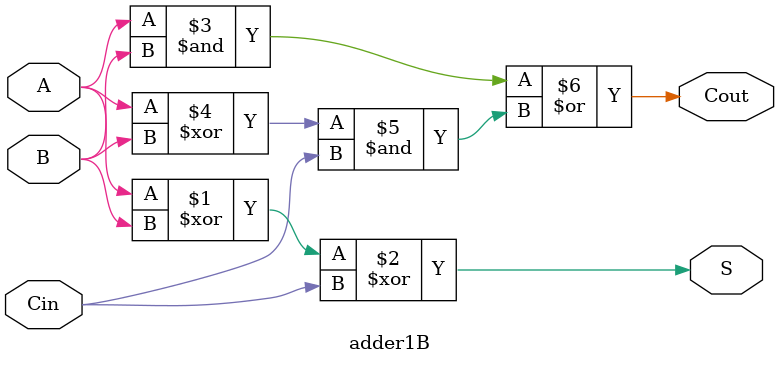
<source format=v>
module adder1B (
    input A,
    input B,
    input Cin,
    output S,
    output Cout
);


    assign S = A ^ B ^ Cin;
    assign Cout = (A & B) | (A ^ B) &  Cin;  

endmodule
</source>
